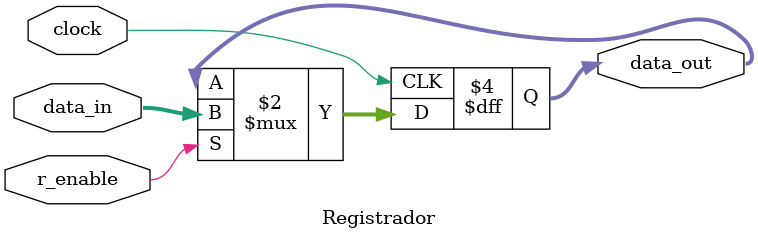
<source format=v>
module Registrador(clock, r_enable, data_in, data_out);

input             clock;
input             r_enable;
input      [15:0] data_in;
output reg [15:0] data_out;

always @(posedge clock)
begin
    if(r_enable)
        data_out <= data_in;
end

endmodule
</source>
